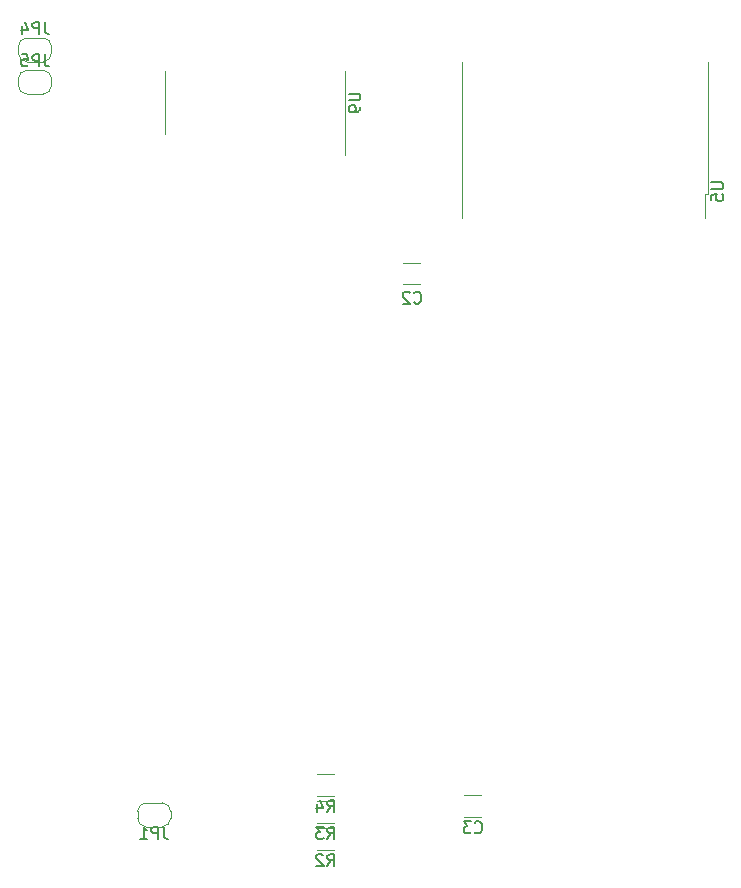
<source format=gbr>
%TF.GenerationSoftware,KiCad,Pcbnew,7.0.5-7.0.5~ubuntu20.04.1*%
%TF.CreationDate,2023-07-18T14:03:02+02:00*%
%TF.ProjectId,MOS MultiSerial_ram,4d4f5320-4d75-46c7-9469-53657269616c,rev?*%
%TF.SameCoordinates,Original*%
%TF.FileFunction,Legend,Bot*%
%TF.FilePolarity,Positive*%
%FSLAX46Y46*%
G04 Gerber Fmt 4.6, Leading zero omitted, Abs format (unit mm)*
G04 Created by KiCad (PCBNEW 7.0.5-7.0.5~ubuntu20.04.1) date 2023-07-18 14:03:02*
%MOMM*%
%LPD*%
G01*
G04 APERTURE LIST*
%ADD10C,0.150000*%
%ADD11C,0.120000*%
G04 APERTURE END LIST*
D10*
%TO.C,C2*%
X168771866Y-81309380D02*
X168819485Y-81357000D01*
X168819485Y-81357000D02*
X168962342Y-81404619D01*
X168962342Y-81404619D02*
X169057580Y-81404619D01*
X169057580Y-81404619D02*
X169200437Y-81357000D01*
X169200437Y-81357000D02*
X169295675Y-81261761D01*
X169295675Y-81261761D02*
X169343294Y-81166523D01*
X169343294Y-81166523D02*
X169390913Y-80976047D01*
X169390913Y-80976047D02*
X169390913Y-80833190D01*
X169390913Y-80833190D02*
X169343294Y-80642714D01*
X169343294Y-80642714D02*
X169295675Y-80547476D01*
X169295675Y-80547476D02*
X169200437Y-80452238D01*
X169200437Y-80452238D02*
X169057580Y-80404619D01*
X169057580Y-80404619D02*
X168962342Y-80404619D01*
X168962342Y-80404619D02*
X168819485Y-80452238D01*
X168819485Y-80452238D02*
X168771866Y-80499857D01*
X168390913Y-80499857D02*
X168343294Y-80452238D01*
X168343294Y-80452238D02*
X168248056Y-80404619D01*
X168248056Y-80404619D02*
X168009961Y-80404619D01*
X168009961Y-80404619D02*
X167914723Y-80452238D01*
X167914723Y-80452238D02*
X167867104Y-80499857D01*
X167867104Y-80499857D02*
X167819485Y-80595095D01*
X167819485Y-80595095D02*
X167819485Y-80690333D01*
X167819485Y-80690333D02*
X167867104Y-80833190D01*
X167867104Y-80833190D02*
X168438532Y-81404619D01*
X168438532Y-81404619D02*
X167819485Y-81404619D01*
%TO.C,U5*%
X193926619Y-71154166D02*
X194736142Y-71154166D01*
X194736142Y-71154166D02*
X194831380Y-71201785D01*
X194831380Y-71201785D02*
X194879000Y-71249404D01*
X194879000Y-71249404D02*
X194926619Y-71344642D01*
X194926619Y-71344642D02*
X194926619Y-71535118D01*
X194926619Y-71535118D02*
X194879000Y-71630356D01*
X194879000Y-71630356D02*
X194831380Y-71677975D01*
X194831380Y-71677975D02*
X194736142Y-71725594D01*
X194736142Y-71725594D02*
X193926619Y-71725594D01*
X193926619Y-72677975D02*
X193926619Y-72201785D01*
X193926619Y-72201785D02*
X194402809Y-72154166D01*
X194402809Y-72154166D02*
X194355190Y-72201785D01*
X194355190Y-72201785D02*
X194307571Y-72297023D01*
X194307571Y-72297023D02*
X194307571Y-72535118D01*
X194307571Y-72535118D02*
X194355190Y-72630356D01*
X194355190Y-72630356D02*
X194402809Y-72677975D01*
X194402809Y-72677975D02*
X194498047Y-72725594D01*
X194498047Y-72725594D02*
X194736142Y-72725594D01*
X194736142Y-72725594D02*
X194831380Y-72677975D01*
X194831380Y-72677975D02*
X194879000Y-72630356D01*
X194879000Y-72630356D02*
X194926619Y-72535118D01*
X194926619Y-72535118D02*
X194926619Y-72297023D01*
X194926619Y-72297023D02*
X194879000Y-72201785D01*
X194879000Y-72201785D02*
X194831380Y-72154166D01*
%TO.C,JP1*%
X147573565Y-125713736D02*
X147573565Y-126428021D01*
X147573565Y-126428021D02*
X147621184Y-126570878D01*
X147621184Y-126570878D02*
X147716422Y-126666117D01*
X147716422Y-126666117D02*
X147859279Y-126713736D01*
X147859279Y-126713736D02*
X147954517Y-126713736D01*
X147097374Y-126713736D02*
X147097374Y-125713736D01*
X147097374Y-125713736D02*
X146716422Y-125713736D01*
X146716422Y-125713736D02*
X146621184Y-125761355D01*
X146621184Y-125761355D02*
X146573565Y-125808974D01*
X146573565Y-125808974D02*
X146525946Y-125904212D01*
X146525946Y-125904212D02*
X146525946Y-126047069D01*
X146525946Y-126047069D02*
X146573565Y-126142307D01*
X146573565Y-126142307D02*
X146621184Y-126189926D01*
X146621184Y-126189926D02*
X146716422Y-126237545D01*
X146716422Y-126237545D02*
X147097374Y-126237545D01*
X145573565Y-126713736D02*
X146144993Y-126713736D01*
X145859279Y-126713736D02*
X145859279Y-125713736D01*
X145859279Y-125713736D02*
X145954517Y-125856593D01*
X145954517Y-125856593D02*
X146049755Y-125951831D01*
X146049755Y-125951831D02*
X146144993Y-125999450D01*
%TO.C,U9*%
X163225819Y-63627095D02*
X164035342Y-63627095D01*
X164035342Y-63627095D02*
X164130580Y-63674714D01*
X164130580Y-63674714D02*
X164178200Y-63722333D01*
X164178200Y-63722333D02*
X164225819Y-63817571D01*
X164225819Y-63817571D02*
X164225819Y-64008047D01*
X164225819Y-64008047D02*
X164178200Y-64103285D01*
X164178200Y-64103285D02*
X164130580Y-64150904D01*
X164130580Y-64150904D02*
X164035342Y-64198523D01*
X164035342Y-64198523D02*
X163225819Y-64198523D01*
X164225819Y-64722333D02*
X164225819Y-64912809D01*
X164225819Y-64912809D02*
X164178200Y-65008047D01*
X164178200Y-65008047D02*
X164130580Y-65055666D01*
X164130580Y-65055666D02*
X163987723Y-65150904D01*
X163987723Y-65150904D02*
X163797247Y-65198523D01*
X163797247Y-65198523D02*
X163416295Y-65198523D01*
X163416295Y-65198523D02*
X163321057Y-65150904D01*
X163321057Y-65150904D02*
X163273438Y-65103285D01*
X163273438Y-65103285D02*
X163225819Y-65008047D01*
X163225819Y-65008047D02*
X163225819Y-64817571D01*
X163225819Y-64817571D02*
X163273438Y-64722333D01*
X163273438Y-64722333D02*
X163321057Y-64674714D01*
X163321057Y-64674714D02*
X163416295Y-64627095D01*
X163416295Y-64627095D02*
X163654390Y-64627095D01*
X163654390Y-64627095D02*
X163749628Y-64674714D01*
X163749628Y-64674714D02*
X163797247Y-64722333D01*
X163797247Y-64722333D02*
X163844866Y-64817571D01*
X163844866Y-64817571D02*
X163844866Y-65008047D01*
X163844866Y-65008047D02*
X163797247Y-65103285D01*
X163797247Y-65103285D02*
X163749628Y-65150904D01*
X163749628Y-65150904D02*
X163654390Y-65198523D01*
%TO.C,JP5*%
X137500333Y-60316619D02*
X137500333Y-61030904D01*
X137500333Y-61030904D02*
X137547952Y-61173761D01*
X137547952Y-61173761D02*
X137643190Y-61269000D01*
X137643190Y-61269000D02*
X137786047Y-61316619D01*
X137786047Y-61316619D02*
X137881285Y-61316619D01*
X137024142Y-61316619D02*
X137024142Y-60316619D01*
X137024142Y-60316619D02*
X136643190Y-60316619D01*
X136643190Y-60316619D02*
X136547952Y-60364238D01*
X136547952Y-60364238D02*
X136500333Y-60411857D01*
X136500333Y-60411857D02*
X136452714Y-60507095D01*
X136452714Y-60507095D02*
X136452714Y-60649952D01*
X136452714Y-60649952D02*
X136500333Y-60745190D01*
X136500333Y-60745190D02*
X136547952Y-60792809D01*
X136547952Y-60792809D02*
X136643190Y-60840428D01*
X136643190Y-60840428D02*
X137024142Y-60840428D01*
X135547952Y-60316619D02*
X136024142Y-60316619D01*
X136024142Y-60316619D02*
X136071761Y-60792809D01*
X136071761Y-60792809D02*
X136024142Y-60745190D01*
X136024142Y-60745190D02*
X135928904Y-60697571D01*
X135928904Y-60697571D02*
X135690809Y-60697571D01*
X135690809Y-60697571D02*
X135595571Y-60745190D01*
X135595571Y-60745190D02*
X135547952Y-60792809D01*
X135547952Y-60792809D02*
X135500333Y-60888047D01*
X135500333Y-60888047D02*
X135500333Y-61126142D01*
X135500333Y-61126142D02*
X135547952Y-61221380D01*
X135547952Y-61221380D02*
X135595571Y-61269000D01*
X135595571Y-61269000D02*
X135690809Y-61316619D01*
X135690809Y-61316619D02*
X135928904Y-61316619D01*
X135928904Y-61316619D02*
X136024142Y-61269000D01*
X136024142Y-61269000D02*
X136071761Y-61221380D01*
%TO.C,R2*%
X161430666Y-129020819D02*
X161763999Y-128544628D01*
X162002094Y-129020819D02*
X162002094Y-128020819D01*
X162002094Y-128020819D02*
X161621142Y-128020819D01*
X161621142Y-128020819D02*
X161525904Y-128068438D01*
X161525904Y-128068438D02*
X161478285Y-128116057D01*
X161478285Y-128116057D02*
X161430666Y-128211295D01*
X161430666Y-128211295D02*
X161430666Y-128354152D01*
X161430666Y-128354152D02*
X161478285Y-128449390D01*
X161478285Y-128449390D02*
X161525904Y-128497009D01*
X161525904Y-128497009D02*
X161621142Y-128544628D01*
X161621142Y-128544628D02*
X162002094Y-128544628D01*
X161049713Y-128116057D02*
X161002094Y-128068438D01*
X161002094Y-128068438D02*
X160906856Y-128020819D01*
X160906856Y-128020819D02*
X160668761Y-128020819D01*
X160668761Y-128020819D02*
X160573523Y-128068438D01*
X160573523Y-128068438D02*
X160525904Y-128116057D01*
X160525904Y-128116057D02*
X160478285Y-128211295D01*
X160478285Y-128211295D02*
X160478285Y-128306533D01*
X160478285Y-128306533D02*
X160525904Y-128449390D01*
X160525904Y-128449390D02*
X161097332Y-129020819D01*
X161097332Y-129020819D02*
X160478285Y-129020819D01*
%TO.C,R3*%
X161430666Y-126734819D02*
X161763999Y-126258628D01*
X162002094Y-126734819D02*
X162002094Y-125734819D01*
X162002094Y-125734819D02*
X161621142Y-125734819D01*
X161621142Y-125734819D02*
X161525904Y-125782438D01*
X161525904Y-125782438D02*
X161478285Y-125830057D01*
X161478285Y-125830057D02*
X161430666Y-125925295D01*
X161430666Y-125925295D02*
X161430666Y-126068152D01*
X161430666Y-126068152D02*
X161478285Y-126163390D01*
X161478285Y-126163390D02*
X161525904Y-126211009D01*
X161525904Y-126211009D02*
X161621142Y-126258628D01*
X161621142Y-126258628D02*
X162002094Y-126258628D01*
X161097332Y-125734819D02*
X160478285Y-125734819D01*
X160478285Y-125734819D02*
X160811618Y-126115771D01*
X160811618Y-126115771D02*
X160668761Y-126115771D01*
X160668761Y-126115771D02*
X160573523Y-126163390D01*
X160573523Y-126163390D02*
X160525904Y-126211009D01*
X160525904Y-126211009D02*
X160478285Y-126306247D01*
X160478285Y-126306247D02*
X160478285Y-126544342D01*
X160478285Y-126544342D02*
X160525904Y-126639580D01*
X160525904Y-126639580D02*
X160573523Y-126687200D01*
X160573523Y-126687200D02*
X160668761Y-126734819D01*
X160668761Y-126734819D02*
X160954475Y-126734819D01*
X160954475Y-126734819D02*
X161049713Y-126687200D01*
X161049713Y-126687200D02*
X161097332Y-126639580D01*
%TO.C,C3*%
X173902666Y-126161580D02*
X173950285Y-126209200D01*
X173950285Y-126209200D02*
X174093142Y-126256819D01*
X174093142Y-126256819D02*
X174188380Y-126256819D01*
X174188380Y-126256819D02*
X174331237Y-126209200D01*
X174331237Y-126209200D02*
X174426475Y-126113961D01*
X174426475Y-126113961D02*
X174474094Y-126018723D01*
X174474094Y-126018723D02*
X174521713Y-125828247D01*
X174521713Y-125828247D02*
X174521713Y-125685390D01*
X174521713Y-125685390D02*
X174474094Y-125494914D01*
X174474094Y-125494914D02*
X174426475Y-125399676D01*
X174426475Y-125399676D02*
X174331237Y-125304438D01*
X174331237Y-125304438D02*
X174188380Y-125256819D01*
X174188380Y-125256819D02*
X174093142Y-125256819D01*
X174093142Y-125256819D02*
X173950285Y-125304438D01*
X173950285Y-125304438D02*
X173902666Y-125352057D01*
X173569332Y-125256819D02*
X172950285Y-125256819D01*
X172950285Y-125256819D02*
X173283618Y-125637771D01*
X173283618Y-125637771D02*
X173140761Y-125637771D01*
X173140761Y-125637771D02*
X173045523Y-125685390D01*
X173045523Y-125685390D02*
X172997904Y-125733009D01*
X172997904Y-125733009D02*
X172950285Y-125828247D01*
X172950285Y-125828247D02*
X172950285Y-126066342D01*
X172950285Y-126066342D02*
X172997904Y-126161580D01*
X172997904Y-126161580D02*
X173045523Y-126209200D01*
X173045523Y-126209200D02*
X173140761Y-126256819D01*
X173140761Y-126256819D02*
X173426475Y-126256819D01*
X173426475Y-126256819D02*
X173521713Y-126209200D01*
X173521713Y-126209200D02*
X173569332Y-126161580D01*
%TO.C,JP4*%
X137495733Y-57573419D02*
X137495733Y-58287704D01*
X137495733Y-58287704D02*
X137543352Y-58430561D01*
X137543352Y-58430561D02*
X137638590Y-58525800D01*
X137638590Y-58525800D02*
X137781447Y-58573419D01*
X137781447Y-58573419D02*
X137876685Y-58573419D01*
X137019542Y-58573419D02*
X137019542Y-57573419D01*
X137019542Y-57573419D02*
X136638590Y-57573419D01*
X136638590Y-57573419D02*
X136543352Y-57621038D01*
X136543352Y-57621038D02*
X136495733Y-57668657D01*
X136495733Y-57668657D02*
X136448114Y-57763895D01*
X136448114Y-57763895D02*
X136448114Y-57906752D01*
X136448114Y-57906752D02*
X136495733Y-58001990D01*
X136495733Y-58001990D02*
X136543352Y-58049609D01*
X136543352Y-58049609D02*
X136638590Y-58097228D01*
X136638590Y-58097228D02*
X137019542Y-58097228D01*
X135590971Y-57906752D02*
X135590971Y-58573419D01*
X135829066Y-57525800D02*
X136067161Y-58240085D01*
X136067161Y-58240085D02*
X135448114Y-58240085D01*
%TO.C,R4*%
X161430666Y-124448819D02*
X161763999Y-123972628D01*
X162002094Y-124448819D02*
X162002094Y-123448819D01*
X162002094Y-123448819D02*
X161621142Y-123448819D01*
X161621142Y-123448819D02*
X161525904Y-123496438D01*
X161525904Y-123496438D02*
X161478285Y-123544057D01*
X161478285Y-123544057D02*
X161430666Y-123639295D01*
X161430666Y-123639295D02*
X161430666Y-123782152D01*
X161430666Y-123782152D02*
X161478285Y-123877390D01*
X161478285Y-123877390D02*
X161525904Y-123925009D01*
X161525904Y-123925009D02*
X161621142Y-123972628D01*
X161621142Y-123972628D02*
X162002094Y-123972628D01*
X160573523Y-123782152D02*
X160573523Y-124448819D01*
X160811618Y-123401200D02*
X161049713Y-124115485D01*
X161049713Y-124115485D02*
X160430666Y-124115485D01*
D11*
%TO.C,C2*%
X167817748Y-77957000D02*
X169240252Y-77957000D01*
X167817748Y-79777000D02*
X169240252Y-79777000D01*
%TO.C,U5*%
X172821800Y-74166071D02*
X172821800Y-60966071D01*
X193421800Y-72166071D02*
X193421800Y-74166071D01*
X193621800Y-72166071D02*
X193421800Y-72166071D01*
X193621800Y-72166071D02*
X193621800Y-60966071D01*
%TO.C,JP1*%
X145361200Y-124388600D02*
X145361200Y-124988600D01*
X146061200Y-125688600D02*
X147461200Y-125688600D01*
X147461200Y-123688600D02*
X146061200Y-123688600D01*
X148161200Y-124988600D02*
X148161200Y-124388600D01*
X146061200Y-123688600D02*
G75*
G03*
X145361200Y-124388600I-1J-699999D01*
G01*
X145361200Y-124988600D02*
G75*
G03*
X146061200Y-125688600I699999J-1D01*
G01*
X148161200Y-124388600D02*
G75*
G03*
X147461200Y-123688600I-700000J0D01*
G01*
X147461200Y-125688600D02*
G75*
G03*
X148161200Y-124988600I0J700000D01*
G01*
%TO.C,U9*%
X147711000Y-64389000D02*
X147711000Y-67039000D01*
X147711000Y-64389000D02*
X147711000Y-61739000D01*
X162931000Y-64389000D02*
X162931000Y-68839000D01*
X162931000Y-64389000D02*
X162931000Y-61739000D01*
%TO.C,JP5*%
X138067000Y-62961800D02*
X138067000Y-62361800D01*
X137367000Y-61661800D02*
X135967000Y-61661800D01*
X135967000Y-63661800D02*
X137367000Y-63661800D01*
X135267000Y-62361800D02*
X135267000Y-62961800D01*
X137367000Y-63661800D02*
G75*
G03*
X138067000Y-62961800I1J699999D01*
G01*
X138067000Y-62361800D02*
G75*
G03*
X137367000Y-61661800I-699999J1D01*
G01*
X135267000Y-62961800D02*
G75*
G03*
X135967000Y-63661800I700000J0D01*
G01*
X135967000Y-61661800D02*
G75*
G03*
X135267000Y-62361800I0J-700000D01*
G01*
%TO.C,R2*%
X160536936Y-125836000D02*
X161991064Y-125836000D01*
X160536936Y-127656000D02*
X161991064Y-127656000D01*
%TO.C,R3*%
X160536936Y-123550000D02*
X161991064Y-123550000D01*
X160536936Y-125370000D02*
X161991064Y-125370000D01*
%TO.C,C3*%
X173024748Y-123042000D02*
X174447252Y-123042000D01*
X173024748Y-124862000D02*
X174447252Y-124862000D01*
%TO.C,JP4*%
X138062400Y-60218600D02*
X138062400Y-59618600D01*
X137362400Y-58918600D02*
X135962400Y-58918600D01*
X135962400Y-60918600D02*
X137362400Y-60918600D01*
X135262400Y-59618600D02*
X135262400Y-60218600D01*
X137362400Y-60918600D02*
G75*
G03*
X138062400Y-60218600I1J699999D01*
G01*
X138062400Y-59618600D02*
G75*
G03*
X137362400Y-58918600I-699999J1D01*
G01*
X135262400Y-60218600D02*
G75*
G03*
X135962400Y-60918600I700000J0D01*
G01*
X135962400Y-58918600D02*
G75*
G03*
X135262400Y-59618600I0J-700000D01*
G01*
%TO.C,R4*%
X160536936Y-121264000D02*
X161991064Y-121264000D01*
X160536936Y-123084000D02*
X161991064Y-123084000D01*
%TD*%
M02*

</source>
